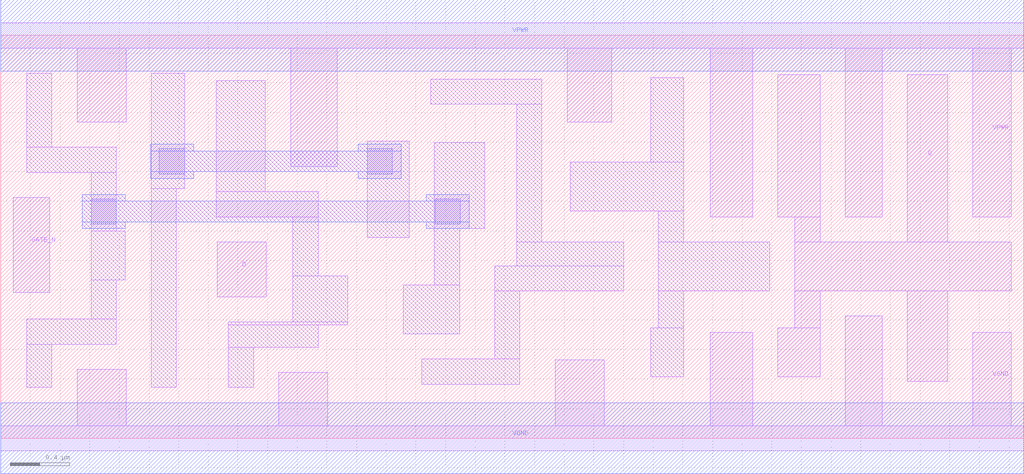
<source format=lef>
# Copyright 2020 The SkyWater PDK Authors
#
# Licensed under the Apache License, Version 2.0 (the "License");
# you may not use this file except in compliance with the License.
# You may obtain a copy of the License at
#
#     https://www.apache.org/licenses/LICENSE-2.0
#
# Unless required by applicable law or agreed to in writing, software
# distributed under the License is distributed on an "AS IS" BASIS,
# WITHOUT WARRANTIES OR CONDITIONS OF ANY KIND, either express or implied.
# See the License for the specific language governing permissions and
# limitations under the License.
#
# SPDX-License-Identifier: Apache-2.0

VERSION 5.5 ;
NAMESCASESENSITIVE ON ;
BUSBITCHARS "[]" ;
DIVIDERCHAR "/" ;
MACRO sky130_fd_sc_hd__dlxtn_4
  CLASS CORE ;
  SOURCE USER ;
  ORIGIN  0.000000  0.000000 ;
  SIZE  6.900000 BY  2.720000 ;
  SYMMETRY X Y R90 ;
  SITE unithd ;
  PIN D
    ANTENNAGATEAREA  0.159000 ;
    DIRECTION INPUT ;
    USE SIGNAL ;
    PORT
      LAYER li1 ;
        RECT 1.460000 0.955000 1.790000 1.325000 ;
    END
  END D
  PIN Q
    ANTENNADIFFAREA  0.924000 ;
    DIRECTION OUTPUT ;
    USE SIGNAL ;
    PORT
      LAYER li1 ;
        RECT 5.240000 0.415000 5.525000 0.745000 ;
        RECT 5.240000 1.495000 5.525000 2.455000 ;
        RECT 5.355000 0.745000 5.525000 0.995000 ;
        RECT 5.355000 0.995000 6.815000 1.325000 ;
        RECT 5.355000 1.325000 5.525000 1.495000 ;
        RECT 6.115000 0.385000 6.385000 0.995000 ;
        RECT 6.115000 1.325000 6.385000 2.455000 ;
    END
  END Q
  PIN GATE_N
    ANTENNAGATEAREA  0.159000 ;
    DIRECTION INPUT ;
    USE CLOCK ;
    PORT
      LAYER li1 ;
        RECT 0.085000 0.985000 0.330000 1.625000 ;
    END
  END GATE_N
  PIN VGND
    DIRECTION INOUT ;
    SHAPE ABUTMENT ;
    USE GROUND ;
    PORT
      LAYER li1 ;
        RECT 0.000000 -0.085000 6.900000 0.085000 ;
        RECT 0.515000  0.085000 0.845000 0.465000 ;
        RECT 1.875000  0.085000 2.205000 0.445000 ;
        RECT 3.740000  0.085000 4.070000 0.530000 ;
        RECT 4.785000  0.085000 5.070000 0.715000 ;
        RECT 5.695000  0.085000 5.945000 0.825000 ;
        RECT 6.555000  0.085000 6.815000 0.715000 ;
    END
    PORT
      LAYER met1 ;
        RECT 0.000000 -0.240000 6.900000 0.240000 ;
    END
  END VGND
  PIN VPWR
    DIRECTION INOUT ;
    SHAPE ABUTMENT ;
    USE POWER ;
    PORT
      LAYER li1 ;
        RECT 0.000000 2.635000 6.900000 2.805000 ;
        RECT 0.515000 2.135000 0.845000 2.635000 ;
        RECT 1.955000 1.835000 2.270000 2.635000 ;
        RECT 3.820000 2.135000 4.120000 2.635000 ;
        RECT 4.785000 1.495000 5.070000 2.635000 ;
        RECT 5.695000 1.495000 5.945000 2.635000 ;
        RECT 6.555000 1.495000 6.815000 2.635000 ;
    END
    PORT
      LAYER met1 ;
        RECT 0.000000 2.480000 6.900000 2.960000 ;
    END
  END VPWR
  OBS
    LAYER li1 ;
      RECT 0.175000 0.345000 0.345000 0.635000 ;
      RECT 0.175000 0.635000 0.780000 0.805000 ;
      RECT 0.175000 1.795000 0.780000 1.965000 ;
      RECT 0.175000 1.965000 0.345000 2.465000 ;
      RECT 0.610000 0.805000 0.780000 1.070000 ;
      RECT 0.610000 1.070000 0.840000 1.400000 ;
      RECT 0.610000 1.400000 0.780000 1.795000 ;
      RECT 1.015000 0.345000 1.185000 1.685000 ;
      RECT 1.015000 1.685000 1.240000 2.465000 ;
      RECT 1.455000 1.495000 2.140000 1.665000 ;
      RECT 1.455000 1.665000 1.785000 2.415000 ;
      RECT 1.535000 0.345000 1.705000 0.615000 ;
      RECT 1.535000 0.615000 2.140000 0.765000 ;
      RECT 1.535000 0.765000 2.340000 0.785000 ;
      RECT 1.970000 0.785000 2.340000 1.095000 ;
      RECT 1.970000 1.095000 2.140000 1.495000 ;
      RECT 2.470000 1.355000 2.755000 2.005000 ;
      RECT 2.715000 0.705000 3.095000 1.035000 ;
      RECT 2.840000 0.365000 3.500000 0.535000 ;
      RECT 2.900000 2.255000 3.650000 2.425000 ;
      RECT 2.925000 1.035000 3.095000 1.415000 ;
      RECT 2.925000 1.415000 3.265000 1.995000 ;
      RECT 3.330000 0.535000 3.500000 0.995000 ;
      RECT 3.330000 0.995000 4.200000 1.165000 ;
      RECT 3.480000 1.165000 4.200000 1.325000 ;
      RECT 3.480000 1.325000 3.650000 2.255000 ;
      RECT 3.840000 1.535000 4.605000 1.865000 ;
      RECT 4.385000 0.415000 4.605000 0.745000 ;
      RECT 4.385000 1.865000 4.605000 2.435000 ;
      RECT 4.435000 0.745000 4.605000 0.995000 ;
      RECT 4.435000 0.995000 5.185000 1.325000 ;
      RECT 4.435000 1.325000 4.605000 1.535000 ;
    LAYER mcon ;
      RECT 0.610000 1.445000 0.780000 1.615000 ;
      RECT 1.070000 1.785000 1.240000 1.955000 ;
      RECT 2.470000 1.785000 2.640000 1.955000 ;
      RECT 2.930000 1.445000 3.100000 1.615000 ;
    LAYER met1 ;
      RECT 0.550000 1.415000 0.840000 1.460000 ;
      RECT 0.550000 1.460000 3.160000 1.600000 ;
      RECT 0.550000 1.600000 0.840000 1.645000 ;
      RECT 1.010000 1.755000 1.300000 1.800000 ;
      RECT 1.010000 1.800000 2.700000 1.940000 ;
      RECT 1.010000 1.940000 1.300000 1.985000 ;
      RECT 2.410000 1.755000 2.700000 1.800000 ;
      RECT 2.410000 1.940000 2.700000 1.985000 ;
      RECT 2.870000 1.415000 3.160000 1.460000 ;
      RECT 2.870000 1.600000 3.160000 1.645000 ;
  END
END sky130_fd_sc_hd__dlxtn_4
END LIBRARY

</source>
